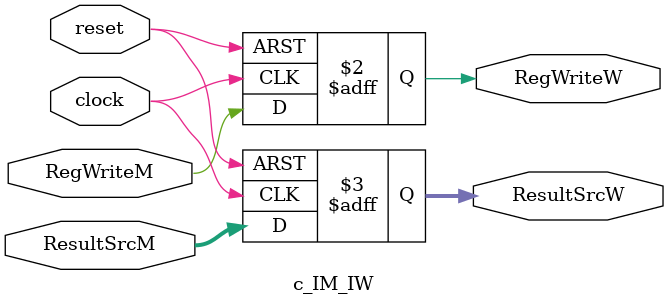
<source format=v>
module c_IM_IW (
    input clock,
    input reset,
    input  RegWriteM,
    input [1:0] ResultSrcM,
    output reg  RegWriteW,
    output reg [1:0] ResultSrcW
);

    always @(posedge clock or posedge reset) begin
        if (reset) begin
            RegWriteW  <= 0;
            ResultSrcW <= 0; 
        end else begin
            RegWriteW  <= RegWriteM;
            ResultSrcW <= ResultSrcM;
        end
    end

endmodule
</source>
